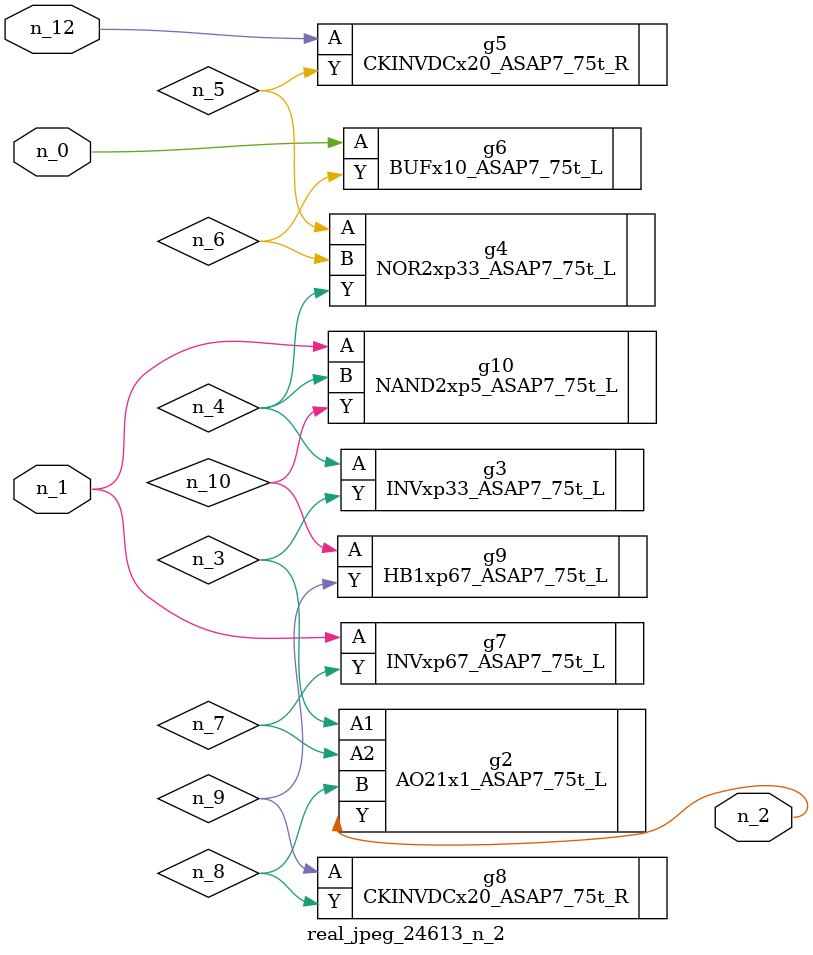
<source format=v>
module real_jpeg_24613_n_2 (n_12, n_1, n_0, n_2);

input n_12;
input n_1;
input n_0;

output n_2;

wire n_5;
wire n_4;
wire n_8;
wire n_6;
wire n_7;
wire n_3;
wire n_10;
wire n_9;

BUFx10_ASAP7_75t_L g6 ( 
.A(n_0),
.Y(n_6)
);

INVxp67_ASAP7_75t_L g7 ( 
.A(n_1),
.Y(n_7)
);

NAND2xp5_ASAP7_75t_L g10 ( 
.A(n_1),
.B(n_4),
.Y(n_10)
);

AO21x1_ASAP7_75t_L g2 ( 
.A1(n_3),
.A2(n_7),
.B(n_8),
.Y(n_2)
);

INVxp33_ASAP7_75t_L g3 ( 
.A(n_4),
.Y(n_3)
);

NOR2xp33_ASAP7_75t_L g4 ( 
.A(n_5),
.B(n_6),
.Y(n_4)
);

CKINVDCx20_ASAP7_75t_R g8 ( 
.A(n_9),
.Y(n_8)
);

HB1xp67_ASAP7_75t_L g9 ( 
.A(n_10),
.Y(n_9)
);

CKINVDCx20_ASAP7_75t_R g5 ( 
.A(n_12),
.Y(n_5)
);


endmodule
</source>
